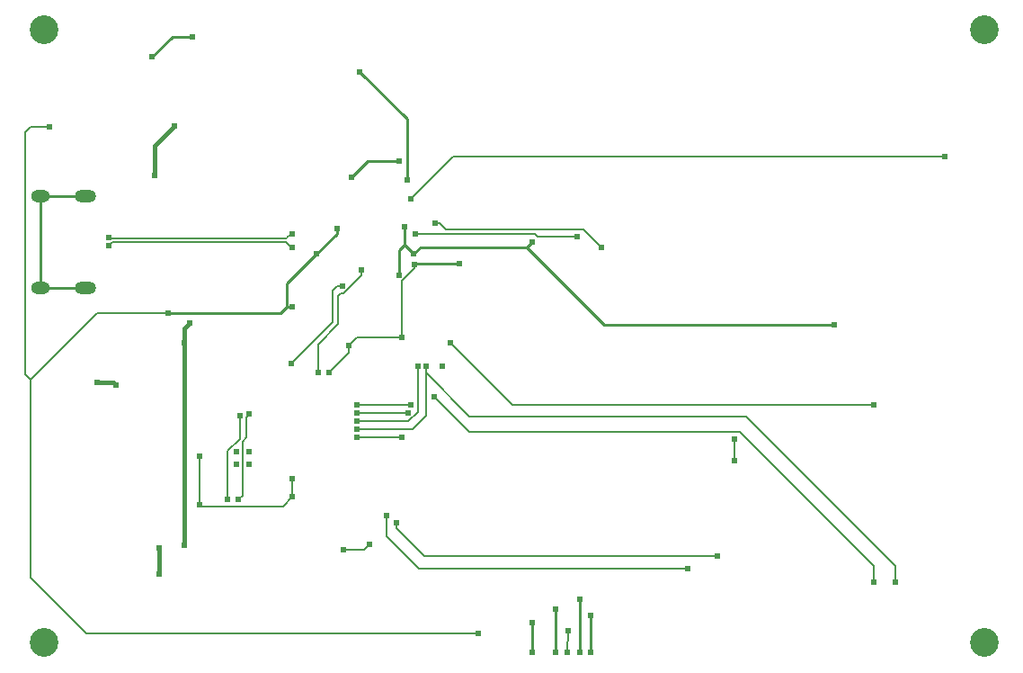
<source format=gbl>
G04 Layer: BottomLayer*
G04 EasyEDA v6.5.44, 2024-09-11 13:33:57*
G04 d97fa038366940f8a7afa66022820b17,998d2601f2934e99b29d4200b4e4a5d6,10*
G04 Gerber Generator version 0.2*
G04 Scale: 100 percent, Rotated: No, Reflected: No *
G04 Dimensions in inches *
G04 leading zeros omitted , absolute positions ,3 integer and 6 decimal *
%FSLAX36Y36*%
%MOIN*%

%ADD10C,0.0080*%
%ADD11C,0.0150*%
%ADD12C,0.0100*%
%ADD13C,0.1063*%
%ADD14O,0.070866X0.047244*%
%ADD15O,0.07873999999999999X0.047244*%
%ADD16C,0.0240*%
%ADD17C,0.0244*%

%LPD*%
D10*
X1725000Y150000D02*
G01*
X270000Y150000D01*
X65000Y355000D01*
X65000Y1090000D01*
X310000Y1335000D01*
X575000Y1335000D01*
X3270000Y340000D02*
G01*
X3270000Y400000D01*
X2716499Y953499D01*
X1691499Y953499D01*
X1530000Y1115000D01*
X1530000Y1140000D01*
X1560000Y1025000D02*
G01*
X1690000Y895000D01*
X2695000Y895000D01*
X3190000Y400000D01*
X3190000Y340000D01*
X1620000Y1225000D02*
G01*
X1850000Y995000D01*
X3190000Y995000D01*
X1275000Y965000D02*
G01*
X1465000Y965000D01*
X1275000Y995000D02*
G01*
X1475000Y995000D01*
X1275000Y905000D02*
G01*
X1480000Y905000D01*
X1530000Y955000D01*
X1530000Y1140000D01*
X1275000Y935000D02*
G01*
X1465000Y935000D01*
X1500000Y970000D01*
X1500000Y1140000D01*
D11*
X635000Y475000D02*
G01*
X635000Y1226242D01*
X310000Y1080000D02*
G01*
X370000Y1080000D01*
X380000Y1070000D01*
D10*
X690000Y625000D02*
G01*
X695000Y620000D01*
X1000000Y620000D01*
X1035000Y655000D01*
X690000Y805000D02*
G01*
X690000Y625000D01*
X840000Y955000D02*
G01*
X840000Y870000D01*
X795000Y825000D01*
X795000Y645000D01*
X1033231Y723229D02*
G01*
X1035000Y721462D01*
X1035000Y655000D01*
D11*
X540000Y465000D02*
G01*
X540000Y370000D01*
D10*
X1420000Y560000D02*
G01*
X1420000Y540000D01*
X1525000Y435000D01*
X2610000Y435000D01*
X2500000Y390000D02*
G01*
X1505000Y390000D01*
X1385000Y510000D01*
X1385000Y585000D01*
D12*
X2100000Y275000D02*
G01*
X2100000Y80000D01*
X2140000Y215000D02*
G01*
X2140200Y214800D01*
X2140200Y80199D01*
X2010000Y240000D02*
G01*
X2010000Y80000D01*
X1925000Y190000D02*
G01*
X1925000Y80000D01*
D10*
X1487600Y1515599D02*
G01*
X1487600Y1502600D01*
X1440000Y1455000D01*
X1440000Y1245000D01*
X1490000Y1630000D02*
G01*
X1935000Y1630000D01*
X1945000Y1620000D01*
X2090000Y1620000D01*
X1245000Y1215000D02*
G01*
X1275000Y1245000D01*
X1440000Y1245000D01*
X1475000Y1760000D02*
G01*
X1630000Y1915000D01*
X3375000Y1915000D01*
X3455000Y1915000D01*
X1225000Y460000D02*
G01*
X1300000Y460000D01*
X1320000Y480000D01*
D12*
X1485000Y1555000D02*
G01*
X1510000Y1580000D01*
X1905000Y1580000D01*
X1925000Y1600000D01*
X1487646Y1515630D02*
G01*
X1492016Y1520000D01*
X1655000Y1520000D01*
X1285000Y2230000D02*
G01*
X1460000Y2055000D01*
X1460000Y1830000D01*
X1255000Y1840000D02*
G01*
X1315000Y1900000D01*
X1430000Y1900000D01*
X515000Y2285000D02*
G01*
X590000Y2360000D01*
X665000Y2360000D01*
X102199Y1770279D02*
G01*
X267550Y1770279D01*
X102199Y1770279D02*
G01*
X102199Y1429720D01*
X102199Y1429720D02*
G01*
X267550Y1429720D01*
X1450000Y1590000D02*
G01*
X1430000Y1570000D01*
X1430000Y1475000D01*
X1450000Y1655000D02*
G01*
X1450000Y1590000D01*
X1485000Y1555000D01*
X1125000Y1555000D02*
G01*
X1200000Y1630000D01*
X1200000Y1650000D01*
D10*
X1290000Y1495000D02*
G01*
X1290000Y1475000D01*
X1225000Y1410000D01*
X1215000Y1410000D01*
X1205000Y1400000D01*
X1205000Y1295000D01*
X1130000Y1220000D01*
X1130799Y1115000D01*
X1035000Y1630000D02*
G01*
X1030000Y1630000D01*
X1015000Y1615000D01*
X1035000Y1580000D02*
G01*
X1030000Y1580000D01*
X1015000Y1595000D01*
X1015000Y1615000D02*
G01*
X1011499Y1611500D01*
X358499Y1611500D01*
X355000Y1615000D01*
X2180000Y1580000D02*
G01*
X2115000Y1645000D01*
X1605000Y1645000D01*
X1580000Y1670000D01*
X1565000Y1670000D01*
X1170000Y1115000D02*
G01*
X1245000Y1190000D01*
X1245000Y1215000D01*
D12*
X575000Y1335000D02*
G01*
X990000Y1335000D01*
X1015000Y1360000D01*
X1035000Y1360000D01*
X1905000Y1580000D02*
G01*
X2191769Y1293229D01*
X2351769Y1293229D01*
X2351769Y1293229D02*
G01*
X3044210Y1293229D01*
D10*
X2055790Y160000D02*
G01*
X2055000Y80000D01*
D12*
X1125000Y1555000D02*
G01*
X1015000Y1445000D01*
X1015000Y1360000D01*
X1035000Y1360000D01*
D10*
X875591Y960808D02*
G01*
X865000Y950216D01*
X865000Y875000D01*
X850000Y860000D01*
X850000Y660000D01*
X835000Y645000D01*
X65000Y1090000D02*
G01*
X45000Y1110000D01*
X45000Y2005000D01*
X65000Y2025000D01*
X135000Y2025000D01*
X1015000Y1595000D02*
G01*
X1011499Y1598499D01*
X368499Y1598499D01*
X355000Y1585000D01*
D11*
X635000Y1226242D02*
G01*
X635000Y1280000D01*
X655000Y1300000D01*
D10*
X2675000Y870000D02*
G01*
X2675000Y790000D01*
D11*
X597500Y2027500D02*
G01*
X525000Y1955000D01*
X525000Y1845000D01*
D10*
X1275000Y875000D02*
G01*
X1440000Y875000D01*
X1220000Y1435000D02*
G01*
X1200000Y1435000D01*
X1185000Y1420000D01*
X1185000Y1303218D01*
X1031981Y1150199D01*
D13*
G01*
X115000Y115000D03*
G01*
X115000Y2385000D03*
G01*
X3600000Y2385000D03*
G01*
X3600000Y115000D03*
D14*
G01*
X102199Y1429720D03*
D15*
G01*
X267550Y1429720D03*
G01*
X267550Y1770279D03*
D14*
G01*
X102199Y1770279D03*
D16*
G01*
X826379Y776379D03*
G01*
X873620Y823620D03*
G01*
X873620Y776379D03*
G01*
X826379Y823620D03*
D17*
G01*
X1130749Y1115000D03*
G01*
X1170000Y1115000D03*
G01*
X1220000Y1435000D03*
G01*
X1031980Y1150199D03*
G01*
X1290000Y1495000D03*
G01*
X1035000Y1630000D03*
G01*
X1035000Y1580000D03*
G01*
X355000Y1615000D03*
G01*
X355000Y1585000D03*
G01*
X1490000Y1630000D03*
G01*
X1125000Y1555000D03*
G01*
X1035000Y1360000D03*
G01*
X1200000Y1650000D03*
G01*
X1485000Y1555000D03*
G01*
X1450000Y1655000D03*
G01*
X1430000Y1475000D03*
G01*
X1475000Y1760000D03*
G01*
X1487650Y1515630D03*
G01*
X1655000Y1520000D03*
G01*
X575000Y1335000D03*
G01*
X655000Y1300000D03*
G01*
X635000Y475000D03*
G01*
X2100000Y80000D03*
G01*
X1925000Y80000D03*
G01*
X2010000Y80000D03*
G01*
X2140200Y80199D03*
G01*
X2055000Y80000D03*
G01*
X2055789Y160000D03*
G01*
X515000Y2285000D03*
G01*
X665000Y2360000D03*
G01*
X3044210Y1293229D03*
G01*
X3455000Y1915000D03*
G01*
X1430000Y1900000D03*
G01*
X1255000Y1840000D03*
G01*
X1460000Y1830000D03*
G01*
X1285000Y2230000D03*
G01*
X1925000Y1600000D03*
G01*
X1245000Y1215000D03*
G01*
X1440000Y1245000D03*
G01*
X1320000Y480000D03*
G01*
X1225000Y460000D03*
G01*
X1925000Y190000D03*
G01*
X2140000Y215000D03*
G01*
X2010000Y240000D03*
G01*
X2100000Y275000D03*
G01*
X1565000Y1670000D03*
G01*
X2090000Y1620000D03*
G01*
X2180000Y1580000D03*
G01*
X1385000Y585000D03*
G01*
X1420000Y560000D03*
G01*
X2610000Y435000D03*
G01*
X2500000Y390000D03*
G01*
X1725000Y150000D03*
G01*
X540000Y370000D03*
G01*
X540000Y465000D03*
G01*
X1035000Y655000D03*
G01*
X1033230Y723229D03*
G01*
X840000Y955000D03*
G01*
X795000Y645000D03*
G01*
X875590Y960810D03*
G01*
X835000Y645000D03*
G01*
X690000Y625000D03*
G01*
X690000Y805000D03*
G01*
X380000Y1070000D03*
G01*
X310000Y1080000D03*
G01*
X1275000Y905000D03*
G01*
X1275000Y935000D03*
G01*
X1275000Y965000D03*
G01*
X1275000Y995000D03*
G01*
X1530000Y1140000D03*
G01*
X1500000Y1140000D03*
G01*
X1590000Y1140000D03*
G01*
X1475000Y995000D03*
G01*
X1465000Y965000D03*
G01*
X1620000Y1225000D03*
G01*
X3190000Y995000D03*
G01*
X3270000Y340000D03*
G01*
X3190000Y340000D03*
G01*
X1560000Y1025000D03*
G01*
X635000Y1226239D03*
G01*
X135000Y2025000D03*
G01*
X2675000Y870000D03*
G01*
X2675000Y790000D03*
G01*
X597500Y2027500D03*
G01*
X525000Y1845000D03*
G01*
X1275000Y875000D03*
G01*
X1440000Y875000D03*
M02*

</source>
